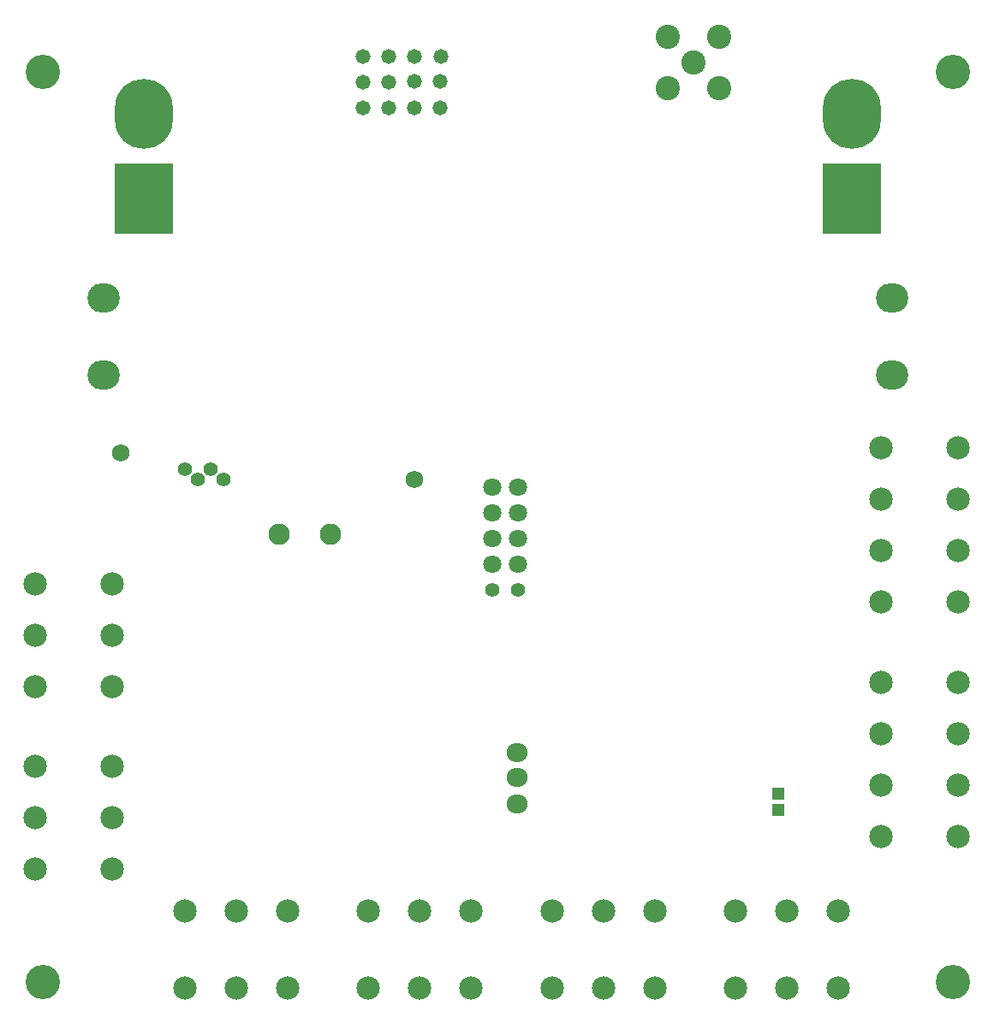
<source format=gbs>
G04*
G04 #@! TF.GenerationSoftware,Altium Limited,Altium Designer,19.0.13 (425)*
G04*
G04 Layer_Color=16711935*
%FSTAX24Y24*%
%MOIN*%
G70*
G01*
G75*
%ADD84R,0.0474X0.0454*%
%ADD88C,0.0907*%
%ADD89C,0.0680*%
%ADD90C,0.0946*%
%ADD91C,0.0552*%
%ADD92C,0.0710*%
%ADD93C,0.0830*%
%ADD94O,0.2252X0.2724*%
%ADD95R,0.2252X0.2724*%
%ADD96O,0.0830X0.0730*%
%ADD97O,0.1261X0.1143*%
%ADD98C,0.1339*%
%ADD99C,0.0580*%
D84*
X04441Y021449D02*
D03*
Y020819D02*
D03*
D88*
X048398Y032907D02*
D03*
Y030907D02*
D03*
Y023758D02*
D03*
X015477Y027616D02*
D03*
Y020498D02*
D03*
X048398Y021758D02*
D03*
X051398Y025758D02*
D03*
X048398D02*
D03*
X051398Y021758D02*
D03*
Y023758D02*
D03*
Y019758D02*
D03*
X048398D02*
D03*
X051398Y034907D02*
D03*
X048398D02*
D03*
X051398Y030907D02*
D03*
Y032907D02*
D03*
Y028907D02*
D03*
X048398D02*
D03*
X015477Y025616D02*
D03*
X018477Y027616D02*
D03*
Y025616D02*
D03*
X015477Y029616D02*
D03*
X018477D02*
D03*
X04474Y013874D02*
D03*
X04674D02*
D03*
X04474Y016874D02*
D03*
X04674D02*
D03*
X04274Y013874D02*
D03*
Y016874D02*
D03*
X037591Y013874D02*
D03*
X039591D02*
D03*
X037591Y016874D02*
D03*
X039591D02*
D03*
X035591Y013874D02*
D03*
Y016874D02*
D03*
X015477Y018498D02*
D03*
X018477Y020498D02*
D03*
Y018498D02*
D03*
X015477Y022498D02*
D03*
X018477D02*
D03*
X023291Y013874D02*
D03*
X025291D02*
D03*
X023291Y016874D02*
D03*
X025291D02*
D03*
X021291Y013874D02*
D03*
Y016874D02*
D03*
X030441Y013874D02*
D03*
X032441D02*
D03*
X030441Y016874D02*
D03*
X032441D02*
D03*
X028441Y013874D02*
D03*
Y016874D02*
D03*
D89*
X018807Y034695D02*
D03*
X030247Y033657D02*
D03*
D90*
X0411Y049907D02*
D03*
X0401Y048907D02*
D03*
X0421D02*
D03*
Y050907D02*
D03*
X0401D02*
D03*
D91*
X033254Y029372D02*
D03*
X034254D02*
D03*
X022818Y033685D02*
D03*
X021818D02*
D03*
X021318Y034085D02*
D03*
X022318D02*
D03*
D92*
X033254Y030372D02*
D03*
X034254D02*
D03*
X033254Y031372D02*
D03*
X034254D02*
D03*
Y032372D02*
D03*
X033254D02*
D03*
X034254Y033372D02*
D03*
X033254D02*
D03*
D93*
X026969Y031523D02*
D03*
X024969D02*
D03*
D94*
X019706Y047898D02*
D03*
X047265D02*
D03*
D95*
X019706Y044591D02*
D03*
X047265D02*
D03*
D96*
X03424Y02304D02*
D03*
Y02206D02*
D03*
Y02105D02*
D03*
D97*
X018131Y037741D02*
D03*
Y040741D02*
D03*
X048839D02*
D03*
Y037741D02*
D03*
D98*
X015769Y014118D02*
D03*
Y049552D02*
D03*
X051202D02*
D03*
Y014118D02*
D03*
D99*
X031263Y050144D02*
D03*
X031234Y049185D02*
D03*
Y048144D02*
D03*
X030234Y050144D02*
D03*
X030238Y049185D02*
D03*
X030234Y048144D02*
D03*
X029225Y050144D02*
D03*
X029234Y049144D02*
D03*
Y048144D02*
D03*
X028234Y050144D02*
D03*
Y049144D02*
D03*
Y048144D02*
D03*
M02*

</source>
